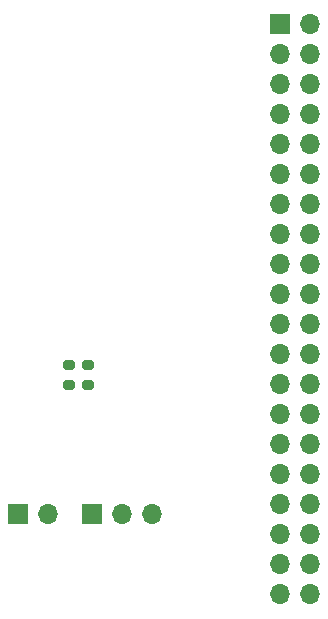
<source format=gbr>
%TF.GenerationSoftware,KiCad,Pcbnew,(6.0.9)*%
%TF.CreationDate,2022-11-30T21:43:21+08:00*%
%TF.ProjectId,Sitronix_3.97''_480x800,53697472-6f6e-4697-985f-332e39372727,rev?*%
%TF.SameCoordinates,Original*%
%TF.FileFunction,Soldermask,Bot*%
%TF.FilePolarity,Negative*%
%FSLAX46Y46*%
G04 Gerber Fmt 4.6, Leading zero omitted, Abs format (unit mm)*
G04 Created by KiCad (PCBNEW (6.0.9)) date 2022-11-30 21:43:21*
%MOMM*%
%LPD*%
G01*
G04 APERTURE LIST*
G04 Aperture macros list*
%AMRoundRect*
0 Rectangle with rounded corners*
0 $1 Rounding radius*
0 $2 $3 $4 $5 $6 $7 $8 $9 X,Y pos of 4 corners*
0 Add a 4 corners polygon primitive as box body*
4,1,4,$2,$3,$4,$5,$6,$7,$8,$9,$2,$3,0*
0 Add four circle primitives for the rounded corners*
1,1,$1+$1,$2,$3*
1,1,$1+$1,$4,$5*
1,1,$1+$1,$6,$7*
1,1,$1+$1,$8,$9*
0 Add four rect primitives between the rounded corners*
20,1,$1+$1,$2,$3,$4,$5,0*
20,1,$1+$1,$4,$5,$6,$7,0*
20,1,$1+$1,$6,$7,$8,$9,0*
20,1,$1+$1,$8,$9,$2,$3,0*%
G04 Aperture macros list end*
%ADD10RoundRect,0.200000X-0.275000X0.200000X-0.275000X-0.200000X0.275000X-0.200000X0.275000X0.200000X0*%
%ADD11R,1.700000X1.700000*%
%ADD12O,1.700000X1.700000*%
G04 APERTURE END LIST*
D10*
%TO.C,R1*%
X46734000Y-104457000D03*
X46734000Y-102807000D03*
%TD*%
%TO.C,R2*%
X45085000Y-104457000D03*
X45085000Y-102807000D03*
%TD*%
D11*
%TO.C,J4*%
X40762000Y-115443000D03*
D12*
X43302000Y-115443000D03*
%TD*%
D11*
%TO.C,J3*%
X47005000Y-115443000D03*
D12*
X49545000Y-115443000D03*
X52085000Y-115443000D03*
%TD*%
%TO.C,J1*%
X65512000Y-122204000D03*
X62972000Y-122204000D03*
X65512000Y-119664000D03*
X62972000Y-119664000D03*
X65512000Y-117124000D03*
X62972000Y-117124000D03*
X65512000Y-114584000D03*
X62972000Y-114584000D03*
X65512000Y-112044000D03*
X62972000Y-112044000D03*
X65512000Y-109504000D03*
X62972000Y-109504000D03*
X65512000Y-106964000D03*
X62972000Y-106964000D03*
X65512000Y-104424000D03*
X62972000Y-104424000D03*
X65512000Y-101884000D03*
X62972000Y-101884000D03*
X65512000Y-99344000D03*
X62972000Y-99344000D03*
X65512000Y-96804000D03*
X62972000Y-96804000D03*
X65512000Y-94264000D03*
X62972000Y-94264000D03*
X65512000Y-91724000D03*
X62972000Y-91724000D03*
X65512000Y-89184000D03*
X62972000Y-89184000D03*
X65512000Y-86644000D03*
X62972000Y-86644000D03*
X65512000Y-84104000D03*
X62972000Y-84104000D03*
X65512000Y-81564000D03*
X62972000Y-81564000D03*
X65512000Y-79024000D03*
X62972000Y-79024000D03*
X65512000Y-76484000D03*
X62972000Y-76484000D03*
X65512000Y-73944000D03*
D11*
X62972000Y-73944000D03*
%TD*%
M02*

</source>
